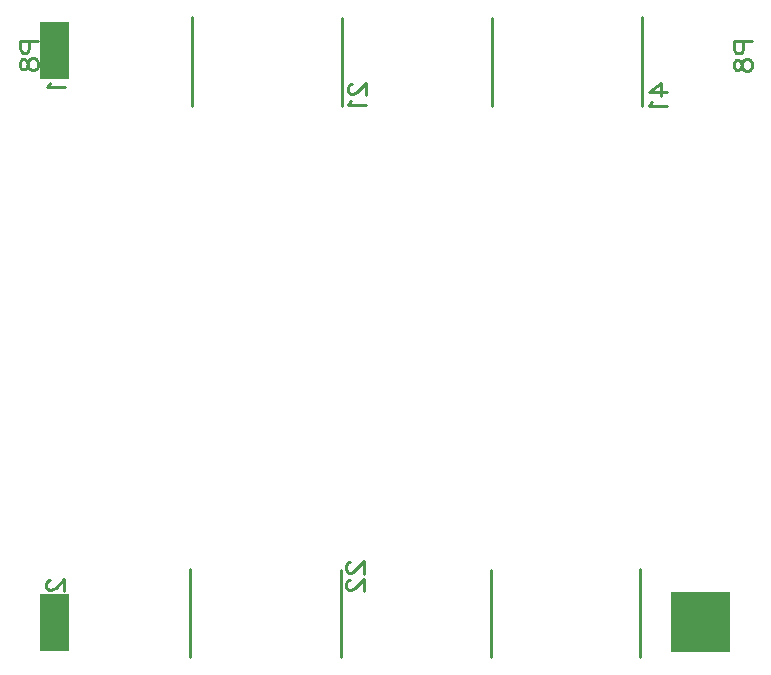
<source format=gbo>
G04 DipTrace 3.3.1.3*
G04 Powerboardv0.7.gbo*
%MOMM*%
G04 #@! TF.FileFunction,Legend,Bot*
G04 #@! TF.Part,Single*
%ADD10C,0.25*%
%ADD131C,0.23529*%
%FSLAX35Y35*%
G04*
G71*
G90*
G75*
G01*
G04 BotSilk*
%LPD*%
X1638332Y455292D2*
D10*
Y-292448D1*
X2912883Y448215D2*
Y-292448D1*
X4181588Y448215D2*
Y-292448D1*
X5444446Y456864D2*
Y-292448D1*
G36*
X5707542Y259511D2*
X6210347D1*
Y-248417D1*
X5707542D1*
Y259511D1*
G37*
G36*
X363780Y243786D2*
X609336D1*
Y-238195D1*
X363780D1*
Y243786D1*
G37*
X1652758Y5126270D2*
D10*
Y4379391D1*
X2923821Y5120091D2*
Y4379391D1*
X4194885Y5120091D2*
Y4379391D1*
X5459625Y5128587D2*
Y4379391D1*
G36*
X362723Y5085334D2*
X609347D1*
Y4603377D1*
X362723D1*
Y5085334D1*
G37*
X452026Y363593D2*
D131*
X444783D1*
X430126Y356349D1*
X422883Y349105D1*
X415639Y334449D1*
Y305305D1*
X422882Y290818D1*
X430126Y283574D1*
X444782Y276162D1*
X459270D1*
X473926Y283574D1*
X495658Y298062D1*
X568602Y371005D1*
Y268918D1*
X2989436Y512739D2*
X2982192D1*
X2967536Y505496D1*
X2960292Y498252D1*
X2953049Y483596D1*
Y454452D1*
X2960292Y439964D1*
X2967536Y432720D1*
X2982192Y425308D1*
X2996680D1*
X3011336Y432720D1*
X3033068Y447208D1*
X3106012Y520152D1*
Y418064D1*
X2989436Y363593D2*
X2982192D1*
X2967536Y356349D1*
X2960292Y349105D1*
X2953049Y334449D1*
Y305305D1*
X2960292Y290818D1*
X2967536Y283574D1*
X2982192Y276162D1*
X2996680D1*
X3011336Y283574D1*
X3033068Y298062D1*
X3106012Y371005D1*
Y268918D1*
X273271Y4929542D2*
Y4863842D1*
X266027Y4842110D1*
X258615Y4834698D1*
X244127Y4827454D1*
X222227D1*
X207740Y4834698D1*
X200327Y4842111D1*
X193084Y4863842D1*
Y4929542D1*
X346215D1*
X193252Y4744008D2*
X200496Y4765739D1*
X214984Y4773152D1*
X229640D1*
X244127Y4765739D1*
X251540Y4751252D1*
X258784Y4722108D1*
X266027Y4700208D1*
X280683Y4685720D1*
X295171Y4678476D1*
X317071D1*
X331559Y4685720D1*
X338971Y4692964D1*
X346215Y4714864D1*
Y4744008D1*
X338971Y4765739D1*
X331559Y4773152D1*
X317071Y4780395D1*
X295171Y4780396D1*
X280684Y4773152D1*
X266027Y4758496D1*
X258784Y4736764D1*
X251540Y4707620D1*
X244127Y4692964D1*
X229640Y4685720D1*
X214983D1*
X200496Y4692964D1*
X193252Y4714864D1*
Y4744008D1*
X6318728Y4923363D2*
Y4857663D1*
X6311485Y4835932D1*
X6304072Y4828519D1*
X6289585Y4821275D1*
X6267685D1*
X6253197Y4828519D1*
X6245785Y4835932D1*
X6238541Y4857663D1*
Y4923363D1*
X6391672D1*
X6238709Y4737829D2*
X6245953Y4759561D1*
X6260441Y4766973D1*
X6275097D1*
X6289585Y4759561D1*
X6296997Y4745073D1*
X6304241Y4715929D1*
X6311485Y4694029D1*
X6326141Y4679541D1*
X6340628Y4672298D1*
X6362528D1*
X6377016Y4679541D1*
X6384428Y4686785D1*
X6391672Y4708685D1*
Y4737829D1*
X6384428Y4759560D1*
X6377016Y4766973D1*
X6362528Y4774217D1*
X6340628D1*
X6326141Y4766973D1*
X6311485Y4752317D1*
X6304241Y4730585D1*
X6296997Y4701441D1*
X6289584Y4686785D1*
X6275097Y4679541D1*
X6260441D1*
X6245953Y4686785D1*
X6238709Y4708685D1*
Y4737829D1*
X450049Y4569828D2*
X442637Y4555172D1*
X420905Y4533272D1*
X573868D1*
X3005744Y4562495D2*
X2998500D1*
X2983844Y4555251D1*
X2976600Y4548007D1*
X2969356Y4533351D1*
Y4504207D1*
X2976600Y4489720D1*
X2983844Y4482476D1*
X2998500Y4475063D1*
X3012988D1*
X3027644Y4482476D1*
X3049376Y4496963D1*
X3122319Y4569907D1*
Y4467819D1*
X2998500Y4420761D2*
X2991088Y4406105D1*
X2969356Y4384205D1*
X3122319D1*
X5670770Y4496483D2*
X5517807Y4496484D1*
X5619727Y4569427D1*
Y4460096D1*
X5546951Y4413037D2*
X5539539Y4398381D1*
X5517807Y4376481D1*
X5670770D1*
M02*

</source>
